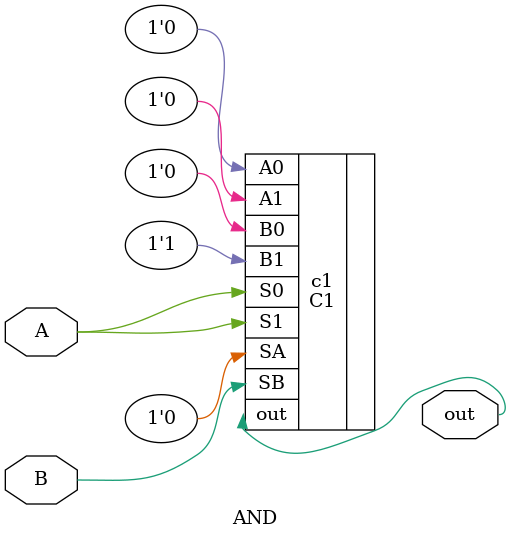
<source format=v>
module AND (A, B, out);
    input A,B;
    output out;
    C1 c1 (
        .A0(1'b0),
        .A1(1'b0),
        .SA(1'b0),
        .B0(1'b0),
        .B1(1'b1),
        .SB(B),
        .S0(A),
        .S1(A),
        .out(out)
    );
endmodule
</source>
